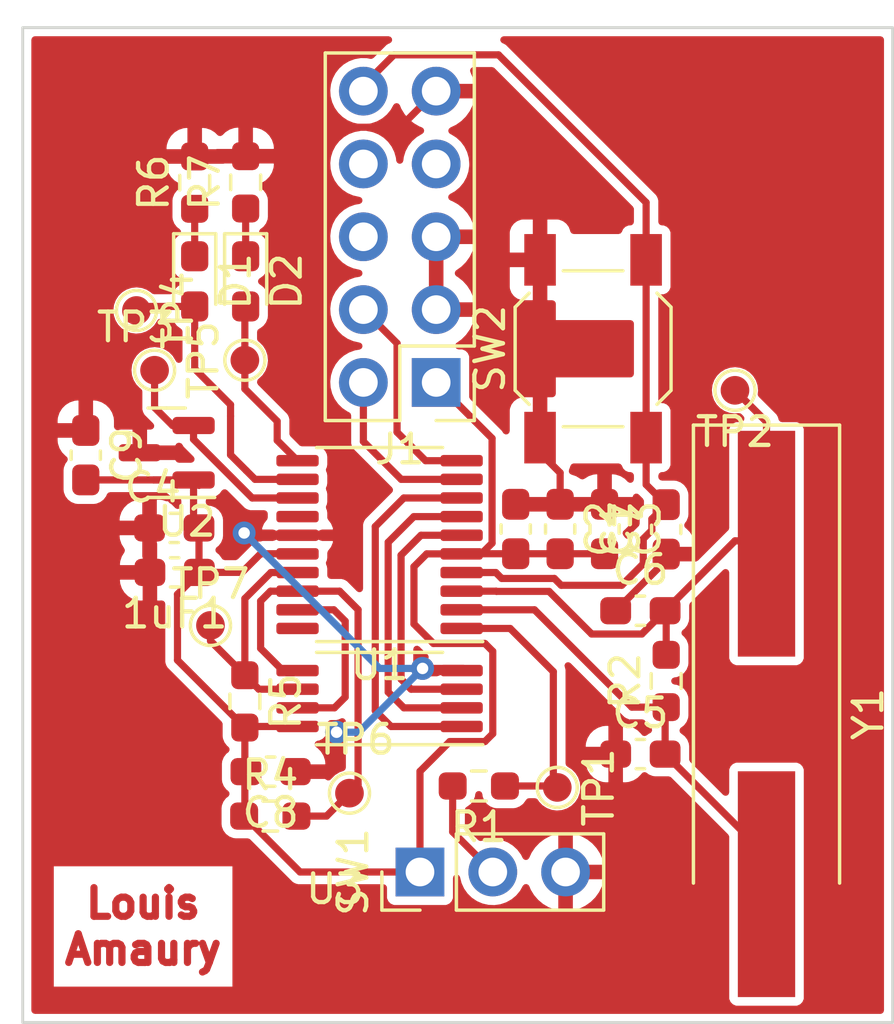
<source format=kicad_pcb>
(kicad_pcb (version 20211014) (generator pcbnew)
  (layers (0 "F.Cu" signal) (31 "B.Cu" signal) (34 "B.Paste" user) (35 "F.Paste" user) (36 "B.SilkS" user "B.Silkscreen") (37 "F.SilkS" user "F.Silkscreen") (38 "B.Mask" user) (39 "F.Mask" user) (44 "Edge.Cuts" user))
  (net 0 "")
  (net 1 "+3.3V")
  (net 2 "GND")
  (net 3 "Net-(C5-Pad2)")
  (net 4 "Net-(C6-Pad2)")
  (net 5 "Net-(D1-Pad1)")
  (net 6 "LED1")
  (net 7 "Net-(D2-Pad1)")
  (net 8 "LED0")
  (net 9 "SWDIO{slash}TMS")
  (net 10 "SWCLM{slash}TCK")
  (net 11 "SW0{slash}TD0")
  (net 13 "NC{slash}TDI")
  (net 14 "RST")
  (net 15 "BOOT")
  (net 16 "Net-(R1-Pad2)")
  (net 17 "SDA")
  (net 18 "SCL")
  (net 19 "TEMP")
  (net 20 "E0")
  (net 21 "E1")
  (net 22 "E2")
  (net 23 "WC")
  (footprint "TestPoint:TestPoint_Pad_D1.0mm" (layer "F.Cu") (at 133.8 96.8)
    (fp_text reference "TP7" (at 0 -1.448) (layer "F.SilkS"))
    (fp_text value "TestPoint")
    (fp_circle (center 0 0) (end 0 0.7) (layer "F.SilkS") (width 0.12) (fill none))
    (pad "1" smd circle (at 0 0) (size 1 1) (layers "F.Cu" "F.Mask") (net 18 "SCL"))
  )
  (footprint "TestPoint:TestPoint_Pad_D1.0mm" (layer "F.Cu") (at 131.218 85.816 -90)
    (fp_text reference "TP4" (at 0 -1.448 90) (layer "F.SilkS"))
    (fp_text value "TestPoint")
    (fp_circle (center 0 0) (end 0 0.7) (layer "F.SilkS") (width 0.12) (fill none))
    (pad "1" smd circle (at 0 0 270) (size 1 1) (layers "F.Cu" "F.Mask") (net 6 "LED1"))
  )
  (footprint "TestPoint:TestPoint_Pad_D1.0mm" (layer "F.Cu") (at 152.1 88.6 180)
    (fp_text reference "TP2" (at 0 -1.448) (layer "F.SilkS"))
    (fp_text value "TestPoint")
    (fp_circle (center 0 0) (end 0 0.7) (layer "F.SilkS") (width 0.12) (fill none))
    (pad "1" smd circle (at 0 0 180) (size 1 1) (layers "F.Cu" "F.Mask") (net 4 "Net-(C6-Pad2)"))
  )
  (footprint "Capacitor_SMD:C_0603_1608Metric_Pad1.08x0.95mm_HandSolder" (layer "F.Cu") (at 148.8 101.2875)
    (fp_text reference "C5" (at 0 -1.43) (layer "F.SilkS"))
    (fp_text value "22pF")
    (fp_line (start -0.146267 0.51) (end 0.146267 0.51) (layer "F.SilkS") (width 0.12))
    (fp_line (start -0.146267 -0.51) (end 0.146267 -0.51) (layer "F.SilkS") (width 0.12))
    (pad "1" smd roundrect (at -0.8625 0) (size 1.075 0.95) (layers "F.Cu" "F.Paste" "F.Mask") (net 2 "GND"))
    (pad "2" smd roundrect (at 0.8625 0) (size 1.075 0.95) (layers "F.Cu" "F.Paste" "F.Mask") (net 3 "Net-(C5-Pad2)"))
  )
  (footprint "Capacitor_SMD:C_0603_1608Metric_Pad1.08x0.95mm_HandSolder" (layer "F.Cu") (at 149.7 93.45 90)
    (fp_text reference "C7" (at 0 -1.43 90) (layer "F.SilkS"))
    (fp_text value "0.1µF")
    (fp_line (start -0.146267 -0.51) (end 0.146267 -0.51) (layer "F.SilkS") (width 0.12))
    (fp_line (start -0.146267 0.51) (end 0.146267 0.51) (layer "F.SilkS") (width 0.12))
    (pad "1" smd roundrect (at -0.8625 0 90) (size 1.075 0.95) (layers "F.Cu" "F.Paste" "F.Mask") (net 2 "GND"))
    (pad "2" smd roundrect (at 0.8625 0 90) (size 1.075 0.95) (layers "F.Cu" "F.Paste" "F.Mask") (net 14 "RST"))
  )
  (footprint "Crystal:Crystal_SMD_HC49-SD_HandSoldering" (layer "F.Cu") (at 153.2 99.8875 -90)
    (fp_text reference "Y1" (at 0 -3.55 90) (layer "F.SilkS"))
    (fp_text value "20MHz")
    (fp_line (start 5.9 -2.55) (end -10.075 -2.55) (layer "F.SilkS") (width 0.12))
    (fp_line (start -10.075 -2.55) (end -10.075 2.55) (layer "F.SilkS") (width 0.12))
    (fp_line (start -10.075 2.55) (end 5.9 2.55) (layer "F.SilkS") (width 0.12))
    (pad "1" smd rect (at -5.9375 0 270) (size 7.875 2) (layers "F.Cu" "F.Paste" "F.Mask") (net 4 "Net-(C6-Pad2)"))
    (pad "2" smd rect (at 5.9375 0 270) (size 7.875 2) (layers "F.Cu" "F.Paste" "F.Mask") (net 3 "Net-(C5-Pad2)"))
  )
  (footprint "Capacitor_SMD:C_0603_1608Metric_Pad1.08x0.95mm_HandSolder" (layer "F.Cu") (at 144.45 93.4375 -90)
    (fp_text reference "C1" (at 0 -3.53 90) (layer "F.SilkS"))
    (fp_text value "100nF")
    (fp_line (start -0.146267 -0.51) (end 0.146267 -0.51) (layer "F.SilkS") (width 0.12))
    (fp_line (start -0.146267 0.51) (end 0.146267 0.51) (layer "F.SilkS") (width 0.12))
    (pad "1" smd roundrect (at -0.8625 0 270) (size 1.075 0.95) (layers "F.Cu" "F.Paste" "F.Mask") (net 2 "GND"))
    (pad "2" smd roundrect (at 0.8625 0 270) (size 1.075 0.95) (layers "F.Cu" "F.Paste" "F.Mask") (net 1 "+3.3V"))
  )
  (footprint "Capacitor_SMD:C_0603_1608Metric_Pad1.08x0.95mm_HandSolder" (layer "F.Cu") (at 148.8 96.2875)
    (fp_text reference "C6" (at 0 -1.43) (layer "F.SilkS"))
    (fp_text value "22pF")
    (fp_line (start -0.146267 0.51) (end 0.146267 0.51) (layer "F.SilkS") (width 0.12))
    (fp_line (start -0.146267 -0.51) (end 0.146267 -0.51) (layer "F.SilkS") (width 0.12))
    (pad "1" smd roundrect (at -0.8625 0) (size 1.075 0.95) (layers "F.Cu" "F.Paste" "F.Mask") (net 2 "GND"))
    (pad "2" smd roundrect (at 0.8625 0) (size 1.075 0.95) (layers "F.Cu" "F.Paste" "F.Mask") (net 4 "Net-(C6-Pad2)"))
  )
  (footprint "Capacitor_SMD:C_0603_1608Metric_Pad1.08x0.95mm_HandSolder" (layer "F.Cu") (at 129.45 90.8625 -90)
    (fp_text reference "C9" (at 0 -1.43 90) (layer "F.SilkS"))
    (fp_text value "100nF")
    (fp_line (start -0.146267 0.51) (end 0.146267 0.51) (layer "F.SilkS") (width 0.12))
    (fp_line (start -0.146267 -0.51) (end 0.146267 -0.51) (layer "F.SilkS") (width 0.12))
    (pad "1" smd roundrect (at -0.8625 0 270) (size 1.075 0.95) (layers "F.Cu" "F.Paste" "F.Mask") (net 2 "GND"))
    (pad "2" smd roundrect (at 0.8625 0 270) (size 1.075 0.95) (layers "F.Cu" "F.Paste" "F.Mask") (net 1 "+3.3V"))
  )
  (footprint "TestPoint:TestPoint_Pad_D1.0mm" (layer "F.Cu") (at 131.85 87.9)
    (fp_text reference "TP3" (at -0.65 -1.5025) (layer "F.SilkS"))
    (fp_text value "TestPoint")
    (fp_circle (center 0 0) (end 0 0.7) (layer "F.SilkS") (width 0.12) (fill none))
    (pad "1" smd circle (at 0 0) (size 1 1) (layers "F.Cu" "F.Mask") (net 19 "TEMP"))
  )
  (footprint "Resistor_SMD:R_0603_1608Metric_Pad0.98x0.95mm_HandSolder" (layer "F.Cu") (at 143.1625 102.4 180)
    (fp_text reference "R1" (at 0 -1.43) (layer "F.SilkS"))
    (fp_text value "10k")
    (fp_line (start -0.254724 0.5225) (end 0.254724 0.5225) (layer "F.SilkS") (width 0.12))
    (fp_line (start -0.254724 -0.5225) (end 0.254724 -0.5225) (layer "F.SilkS") (width 0.12))
    (pad "1" smd roundrect (at -0.9125 0 180) (size 0.975 0.95) (layers "F.Cu" "F.Paste" "F.Mask") (net 15 "BOOT"))
    (pad "2" smd roundrect (at 0.9125 0 180) (size 0.975 0.95) (layers "F.Cu" "F.Paste" "F.Mask") (net 16 "Net-(R1-Pad2)"))
  )
  (footprint "Package_SO:TSSOP-8_4.4x3mm_P0.65mm" (layer "F.Cu") (at 139.7 99.35 180)
    (fp_text reference "U3" (at 1.55625 -6.64375) (layer "F.SilkS"))
    (fp_text value "M24C01-FDW")
    (fp_line (start 0 1.61) (end 2.2 1.61) (layer "F.SilkS") (width 0.12))
    (fp_line (start 0 1.61) (end -2.2 1.61) (layer "F.SilkS") (width 0.12))
    (fp_line (start 0 -1.61) (end -3.6 -1.61) (layer "F.SilkS") (width 0.12))
    (fp_line (start 0 -1.61) (end 2.2 -1.61) (layer "F.SilkS") (width 0.12))
    (pad "1" smd roundrect (at -2.8625 -0.975 180) (size 1.475 0.4) (layers "F.Cu" "F.Paste" "F.Mask") (net 20 "E0"))
    (pad "2" smd roundrect (at -2.8625 -0.325 180) (size 1.475 0.4) (layers "F.Cu" "F.Paste" "F.Mask") (net 21 "E1"))
    (pad "3" smd roundrect (at -2.8625 0.325 180) (size 1.475 0.4) (layers "F.Cu" "F.Paste" "F.Mask") (net 22 "E2"))
    (pad "4" smd roundrect (at -2.8625 0.975 180) (size 1.475 0.4) (layers "F.Cu" "F.Paste" "F.Mask") (net 2 "GND"))
    (pad "5" smd roundrect (at 2.8625 0.975 180) (size 1.475 0.4) (layers "F.Cu" "F.Paste" "F.Mask") (net 17 "SDA"))
    (pad "6" smd roundrect (at 2.8625 0.325 180) (size 1.475 0.4) (layers "F.Cu" "F.Paste" "F.Mask") (net 18 "SCL"))
    (pad "7" smd roundrect (at 2.8625 -0.325 180) (size 1.475 0.4) (layers "F.Cu" "F.Paste" "F.Mask") (net 23 "WC"))
    (pad "8" smd roundrect (at 2.8625 -0.975 180) (size 1.475 0.4) (layers "F.Cu" "F.Paste" "F.Mask") (net 1 "+3.3V"))
  )
  (footprint "Package_SO:TSSOP-20_4.4x6.5mm_P0.65mm" (layer "F.Cu") (at 139.7 93.98 180)
    (fp_text reference "U1" (at 0 -4.2) (layer "F.SilkS"))
    (fp_text value "STM32F030F4Px")
    (fp_line (start 0 -3.385) (end 2.2 -3.385) (layer "F.SilkS") (width 0.12))
    (fp_line (start 0 3.385) (end 2.2 3.385) (layer "F.SilkS") (width 0.12))
    (fp_line (start 0 3.385) (end -2.2 3.385) (layer "F.SilkS") (width 0.12))
    (fp_line (start 0 -3.385) (end -3.6 -3.385) (layer "F.SilkS") (width 0.12))
    (pad "1" smd roundrect (at -2.8625 -2.925 180) (size 1.475 0.4) (layers "F.Cu" "F.Paste" "F.Mask") (net 15 "BOOT"))
    (pad "2" smd roundrect (at -2.8625 -2.275 180) (size 1.475 0.4) (layers "F.Cu" "F.Paste" "F.Mask") (net 3 "Net-(C5-Pad2)"))
    (pad "3" smd roundrect (at -2.8625 -1.625 180) (size 1.475 0.4) (layers "F.Cu" "F.Paste" "F.Mask") (net 4 "Net-(C6-Pad2)"))
    (pad "4" smd roundrect (at -2.8625 -0.975 180) (size 1.475 0.4) (layers "F.Cu" "F.Paste" "F.Mask") (net 14 "RST"))
    (pad "5" smd roundrect (at -2.8625 -0.325 180) (size 1.475 0.4) (layers "F.Cu" "F.Paste" "F.Mask") (net 1 "+3.3V"))
    (pad "6" smd roundrect (at -2.8625 0.325 180) (size 1.475 0.4) (layers "F.Cu" "F.Paste" "F.Mask") (net 22 "E2"))
    (pad "7" smd roundrect (at -2.8625 0.975 180) (size 1.475 0.4) (layers "F.Cu" "F.Paste" "F.Mask") (net 21 "E1"))
    (pad "8" smd roundrect (at -2.8625 1.625 180) (size 1.475 0.4) (layers "F.Cu" "F.Paste" "F.Mask") (net 20 "E0"))
    (pad "9" smd roundrect (at -2.8625 2.275 180) (size 1.475 0.4) (layers "F.Cu" "F.Paste" "F.Mask") (net 9 "SWDIO{slash}TMS"))
    (pad "10" smd roundrect (at -2.8625 2.925 180) (size 1.475 0.4) (layers "F.Cu" "F.Paste" "F.Mask") (net 10 "SWCLM{slash}TCK"))
    (pad "11" smd roundrect (at 2.8625 2.925 180) (size 1.475 0.4) (layers "F.Cu" "F.Paste" "F.Mask") (net 8 "LED0"))
    (pad "12" smd roundrect (at 2.8625 2.275 180) (size 1.475 0.4) (layers "F.Cu" "F.Paste" "F.Mask") (net 6 "LED1"))
    (pad "13" smd roundrect (at 2.8625 1.625 180) (size 1.475 0.4) (layers "F.Cu" "F.Paste" "F.Mask") (net 19 "TEMP"))
    (pad "14" smd roundrect (at 2.8625 0.975 180) (size 1.475 0.4) (layers "F.Cu" "F.Paste" "F.Mask"))
    (pad "15" smd roundrect (at 2.8625 0.325 180) (size 1.475 0.4) (layers "F.Cu" "F.Paste" "F.Mask") (net 2 "GND"))
    (pad "16" smd roundrect (at 2.8625 -0.325 180) (size 1.475 0.4) (layers "F.Cu" "F.Paste" "F.Mask") (net 1 "+3.3V"))
    (pad "17" smd roundrect (at 2.8625 -0.975 180) (size 1.475 0.4) (layers "F.Cu" "F.Paste" "F.Mask") (net 18 "SCL"))
    (pad "18" smd roundrect (at 2.8625 -1.625 180) (size 1.475 0.4) (layers "F.Cu" "F.Paste" "F.Mask") (net 17 "SDA"))
    (pad "19" smd roundrect (at 2.8625 -2.275 180) (size 1.475 0.4) (layers "F.Cu" "F.Paste" "F.Mask") (net 23 "WC"))
    (pad "20" smd roundrect (at 2.8625 -2.925 180) (size 1.475 0.4) (layers "F.Cu" "F.Paste" "F.Mask"))
  )
  (footprint "Diode_SMD:D_0603_1608Metric_Pad1.05x0.95mm_HandSolder" (layer "F.Cu") (at 133.25 84.8 -90)
    (fp_text reference "D1" (at 0 -1.43 90) (layer "F.SilkS"))
    (fp_text value "LED")
    (fp_line (start 0.8 -0.735) (end -1.66 -0.735) (layer "F.SilkS") (width 0.12))
    (fp_line (start -1.66 -0.735) (end -1.66 0.735) (layer "F.SilkS") (width 0.12))
    (fp_line (start -1.66 0.735) (end 0.8 0.735) (layer "F.SilkS") (width 0.12))
    (pad "1" smd roundrect (at -0.875 0 270) (size 1.05 0.95) (layers "F.Cu" "F.Paste" "F.Mask") (net 5 "Net-(D1-Pad1)"))
    (pad "2" smd roundrect (at 0.875 0 270) (size 1.05 0.95) (layers "F.Cu" "F.Paste" "F.Mask") (net 6 "LED1"))
  )
  (footprint "Connector_PinHeader_2.54mm:PinHeader_1x03_P2.54mm_Vertical" (layer "F.Cu") (at 141.11 105.4 90)
    (fp_text reference "SW1" (at 0 -2.33 90) (layer "F.SilkS"))
    (fp_text value "SW_DPDT_x2")
    (fp_line (start -1.33 -1.33) (end 0 -1.33) (layer "F.SilkS") (width 0.12))
    (fp_line (start -1.33 0) (end -1.33 -1.33) (layer "F.SilkS") (width 0.12))
    (fp_line (start 1.33 1.27) (end 1.33 6.41) (layer "F.SilkS") (width 0.12))
    (fp_line (start -1.33 6.41) (end 1.33 6.41) (layer "F.SilkS") (width 0.12))
    (fp_line (start -1.33 1.27) (end 1.33 1.27) (layer "F.SilkS") (width 0.12))
    (fp_line (start -1.33 1.27) (end -1.33 6.41) (layer "F.SilkS") (width 0.12))
    (pad "1" thru_hole rect (at 0 0 90) (size 1.7 1.7) (drill 1) (layers *.Cu *.Mask) (net 1 "+3.3V"))
    (pad "2" thru_hole oval (at 0 2.54 90) (size 1.7 1.7) (drill 1) (layers *.Cu *.Mask) (net 16 "Net-(R1-Pad2)"))
    (pad "3" thru_hole oval (at 0 5.08 90) (size 1.7 1.7) (drill 1) (layers *.Cu *.Mask) (net 2 "GND"))
  )
  (footprint "Button_Switch_SMD:SW_SPST_SKQG_WithStem" (layer "F.Cu") (at 147.15 87.15 90)
    (fp_text reference "SW2" (at 0 -3.6 90) (layer "F.SilkS"))
    (fp_text value "SW_Push")
    (fp_line (start -1.45 -2.72) (end -1.94 -2.23) (layer "F.SilkS") (width 0.12))
    (fp_line (start -1.45 2.72) (end 1.45 2.72) (layer "F.SilkS") (width 0.12))
    (fp_line (start 2.72 1.04) (end 2.72 -1.04) (layer "F.SilkS") (width 0.12))
    (fp_line (start 1.45 -2.72) (end 1.94 -2.23) (layer "F.SilkS") (width 0.12))
    (fp_line (start 1.45 2.72) (end 1.94 2.23) (layer "F.SilkS") (width 0.12))
    (fp_line (start -2.72 1.04) (end -2.72 -1.04) (layer "F.SilkS") (width 0.12))
    (fp_line (start -1.45 -2.72) (end 1.45 -2.72) (layer "F.SilkS") (width 0.12))
    (fp_line (start -1.45 2.72) (end -1.94 2.23) (layer "F.SilkS") (width 0.12))
    (pad "1" smd rect (at 3.1 -1.85 90) (size 1.8 1.1) (layers "F.Cu" "F.Paste" "F.Mask") (net 2 "GND"))
    (pad "1" smd rect (at -3.1 -1.85 90) (size 1.8 1.1) (layers "F.Cu" "F.Paste" "F.Mask") (net 2 "GND"))
    (pad "2" smd rect (at -3.1 1.85 90) (size 1.8 1.1) (layers "F.Cu" "F.Paste" "F.Mask") (net 14 "RST"))
    (pad "2" smd rect (at 3.1 1.85 90) (size 1.8 1.1) (layers "F.Cu" "F.Paste" "F.Mask") (net 14 "RST"))
    (zone (net 0) (net_name "") (layer "F.Cu") (connect_pads (clearance 0)) (min_thickness 0.254)
      (keepout (tracks not_allowed) (vias not_allowed) (pads not_allowed) (copperpour not_allowed) (footprints not_allowed))
      (fill (thermal_gap 0.508) (thermal_bridge_width 0.508))
      (polygon (pts (xy 145.85 91.15) (xy 145.85 88.15) (xy 148.45 88.15) (xy 148.45 91.15)))
    )
    (zone (net 0) (net_name "") (layer "F.Cu") (connect_pads (clearance 0)) (min_thickness 0.254)
      (keepout (tracks not_allowed) (vias not_allowed) (pads not_allowed) (copperpour not_allowed) (footprints not_allowed))
      (fill (thermal_gap 0.508) (thermal_bridge_width 0.508))
      (polygon (pts (xy 145.85 86.15) (xy 145.85 83.15) (xy 148.45 83.15) (xy 148.45 86.15)))
    )
  )
  (footprint "Resistor_SMD:R_0603_1608Metric_Pad0.98x0.95mm_HandSolder" (layer "F.Cu") (at 135.028 81.3475 90)
    (fp_text reference "R7" (at 0 -1.43 90) (layer "F.SilkS"))
    (fp_text value "R")
    (fp_line (start -0.254724 -0.5225) (end 0.254724 -0.5225) (layer "F.SilkS") (width 0.12))
    (fp_line (start -0.254724 0.5225) (end 0.254724 0.5225) (layer "F.SilkS") (width 0.12))
    (pad "1" smd roundrect (at -0.9125 0 90) (size 0.975 0.95) (layers "F.Cu" "F.Paste" "F.Mask") (net 7 "Net-(D2-Pad1)"))
    (pad "2" smd roundrect (at 0.9125 0 90) (size 0.975 0.95) (layers "F.Cu" "F.Paste" "F.Mask") (net 2 "GND"))
  )
  (footprint "TestPoint:TestPoint_Pad_D1.0mm" (layer "F.Cu") (at 138.65 102.65)
    (fp_text reference "TP6" (at 0.2125 -1.87) (layer "F.SilkS"))
    (fp_text value "TestPoint")
    (fp_circle (center 0 0) (end 0 0.7) (layer "F.SilkS") (width 0.12) (fill none))
    (pad "1" smd circle (at 0 0) (size 1 1) (layers "F.Cu" "F.Mask") (net 17 "SDA"))
  )
  (footprint "Resistor_SMD:R_0603_1608Metric_Pad0.98x0.95mm_HandSolder" (layer "F.Cu") (at 135.8875 103.45)
    (fp_text reference "R4" (at 0 -1.43) (layer "F.SilkS"))
    (fp_text value "1k")
    (fp_line (start -0.254724 0.5225) (end 0.254724 0.5225) (layer "F.SilkS") (width 0.12))
    (fp_line (start -0.254724 -0.5225) (end 0.254724 -0.5225) (layer "F.SilkS") (width 0.12))
    (pad "1" smd roundrect (at -0.9125 0) (size 0.975 0.95) (layers "F.Cu" "F.Paste" "F.Mask") (net 1 "+3.3V"))
    (pad "2" smd roundrect (at 0.9125 0) (size 0.975 0.95) (layers "F.Cu" "F.Paste" "F.Mask") (net 17 "SDA"))
  )
  (footprint "Capacitor_SMD:C_0603_1608Metric_Pad1.08x0.95mm_HandSolder" (layer "F.Cu") (at 132.55 94.95 180)
    (fp_text reference "1uF1" (at 0 -1.43) (layer "F.SilkS"))
    (fp_text value "C_Polarized")
    (fp_line (start -0.146267 -0.51) (end 0.146267 -0.51) (layer "F.SilkS") (width 0.12))
    (fp_line (start -0.146267 0.51) (end 0.146267 0.51) (layer "F.SilkS") (width 0.12))
    (pad "1" smd roundrect (at -0.8625 0 180) (size 1.075 0.95) (layers "F.Cu" "F.Paste" "F.Mask") (net 1 "+3.3V"))
    (pad "2" smd roundrect (at 0.8625 0 180) (size 1.075 0.95) (layers "F.Cu" "F.Paste" "F.Mask") (net 2 "GND"))
  )
  (footprint "Capacitor_SMD:C_0603_1608Metric_Pad1.08x0.95mm_HandSolder" (layer "F.Cu") (at 146 93.4375 -90)
    (fp_text reference "C2" (at 0 -1.43 90) (layer "F.SilkS"))
    (fp_text value "100nF")
    (fp_line (start -0.146267 -0.51) (end 0.146267 -0.51) (layer "F.SilkS") (width 0.12))
    (fp_line (start -0.146267 0.51) (end 0.146267 0.51) (layer "F.SilkS") (width 0.12))
    (pad "1" smd roundrect (at -0.8625 0 270) (size 1.075 0.95) (layers "F.Cu" "F.Paste" "F.Mask") (net 2 "GND"))
    (pad "2" smd roundrect (at 0.8625 0 270) (size 1.075 0.95) (layers "F.Cu" "F.Paste" "F.Mask") (net 1 "+3.3V"))
  )
  (footprint "Capacitor_SMD:C_0603_1608Metric_Pad1.08x0.95mm_HandSolder" (layer "F.Cu") (at 135.9 101.9 180)
    (fp_text reference "C8" (at 0 -1.43) (layer "F.SilkS"))
    (fp_text value "100nF")
    (fp_line (start -0.146267 0.51) (end 0.146267 0.51) (layer "F.SilkS") (width 0.12))
    (fp_line (start -0.146267 -0.51) (end 0.146267 -0.51) (layer "F.SilkS") (width 0.12))
    (pad "1" smd roundrect (at -0.8625 0 180) (size 1.075 0.95) (layers "F.Cu" "F.Paste" "F.Mask") (net 2 "GND"))
    (pad "2" smd roundrect (at 0.8625 0 180) (size 1.075 0.95) (layers "F.Cu" "F.Paste" "F.Mask") (net 1 "+3.3V"))
  )
  (footprint "Resistor_SMD:R_0603_1608Metric_Pad0.98x0.95mm_HandSolder" (layer "F.Cu") (at 133.25 81.357 90)
    (fp_text reference "R6" (at 0 -1.43 90) (layer "F.SilkS"))
    (fp_text value "R")
    (fp_line (start -0.254724 0.5225) (end 0.254724 0.5225) (layer "F.SilkS") (width 0.12))
    (fp_line (start -0.254724 -0.5225) (end 0.254724 -0.5225) (layer "F.SilkS") (width 0.12))
    (pad "1" smd roundrect (at -0.9125 0 90) (size 0.975 0.95) (layers "F.Cu" "F.Paste" "F.Mask") (net 5 "Net-(D1-Pad1)"))
    (pad "2" smd roundrect (at 0.9125 0 90) (size 0.975 0.95) (layers "F.Cu" "F.Paste" "F.Mask") (net 2 "GND"))
  )
  (footprint "Resistor_SMD:R_0603_1608Metric_Pad0.98x0.95mm_HandSolder" (layer "F.Cu") (at 135 99.45 -90)
    (fp_text reference "R5" (at 0 -1.43 90) (layer "F.SilkS"))
    (fp_text value "1k")
    (fp_line (start -0.254724 0.5225) (end 0.254724 0.5225) (layer "F.SilkS") (width 0.12))
    (fp_line (start -0.254724 -0.5225) (end 0.254724 -0.5225) (layer "F.SilkS") (width 0.12))
    (pad "1" smd roundrect (at -0.9125 0 270) (size 0.975 0.95) (layers "F.Cu" "F.Paste" "F.Mask") (net 18 "SCL"))
    (pad "2" smd roundrect (at 0.9125 0 270) (size 0.975 0.95) (layers "F.Cu" "F.Paste" "F.Mask") (net 1 "+3.3V"))
  )
  (footprint "Resistor_SMD:R_0603_1608Metric_Pad0.98x0.95mm_HandSolder" (layer "F.Cu") (at 149.7 98.7375 90)
    (fp_text reference "R2" (at 0 -1.43 90) (layer "F.SilkS"))
    (fp_text value "1M")
    (fp_line (start -0.254724 -0.5225) (end 0.254724 -0.5225) (layer "F.SilkS") (width 0.12))
    (fp_line (start -0.254724 0.5225) (end 0.254724 0.5225) (layer "F.SilkS") (width 0.12))
    (pad "1" smd roundrect (at -0.9125 0 90) (size 0.975 0.95) (layers "F.Cu" "F.Paste" "F.Mask") (net 3 "Net-(C5-Pad2)"))
    (pad "2" smd roundrect (at 0.9125 0 90) (size 0.975 0.95) (layers "F.Cu" "F.Paste" "F.Mask") (net 4 "Net-(C6-Pad2)"))
  )
  (footprint "Package_TO_SOT_SMD:SOT-23" (layer "F.Cu") (at 132.2725 90.7775 180)
    (fp_text reference "U2" (at -0.7 -2.4) (layer "F.SilkS"))
    (fp_text value "MCP9700T-ETT")
    (fp_line (start 0 -1.56) (end -1.675 -1.56) (layer "F.SilkS") (width 0.12))
    (fp_line (start 0 -1.56) (end 0.65 -1.56) (layer "F.SilkS") (width 0.12))
    (fp_line (start 0 1.56) (end 0.65 1.56) (layer "F.SilkS") (width 0.12))
    (fp_line (start 0 1.56) (end -0.65 1.56) (layer "F.SilkS") (width 0.12))
    (pad "1" smd roundrect (at -0.9375 -0.95 180) (size 1.475 0.6) (layers "F.Cu" "F.Paste" "F.Mask") (net 1 "+3.3V"))
    (pad "2" smd roundrect (at -0.9375 0.95 180) (size 1.475 0.6) (layers "F.Cu" "F.Paste" "F.Mask") (net 19 "TEMP"))
    (pad "3" smd roundrect (at 0.9375 0 180) (size 1.475 0.6) (layers "F.Cu" "F.Paste" "F.Mask") (net 2 "GND"))
  )
  (footprint "Diode_SMD:D_0603_1608Metric_Pad1.05x0.95mm_HandSolder" (layer "F.Cu") (at 135.028 84.8 -90)
    (fp_text reference "D2" (at 0 -1.43 90) (layer "F.SilkS"))
    (fp_text value "LED")
    (fp_line (start 0.8 -0.735) (end -1.66 -0.735) (layer "F.SilkS") (width 0.12))
    (fp_line (start -1.66 -0.735) (end -1.66 0.735) (layer "F.SilkS") (width 0.12))
    (fp_line (start -1.66 0.735) (end 0.8 0.735) (layer "F.SilkS") (width 0.12))
    (pad "1" smd roundrect (at -0.875 0 270) (size 1.05 0.95) (layers "F.Cu" "F.Paste" "F.Mask") (net 7 "Net-(D2-Pad1)"))
    (pad "2" smd roundrect (at 0.875 0 270) (size 1.05 0.95) (layers "F.Cu" "F.Paste" "F.Mask") (net 8 "LED0"))
  )
  (footprint "TestPoint:TestPoint_Pad_D1.0mm" (layer "F.Cu") (at 135 87.55 90)
    (fp_text reference "TP5" (at 0 -1.448 90) (layer "F.SilkS"))
    (fp_text value "TestPoint")
    (fp_circle (center 0 0) (end 0 0.7) (layer "F.SilkS") (width 0.12) (fill none))
    (pad "1" smd circle (at 0 0 90) (size 1 1) (layers "F.Cu" "F.Mask") (net 8 "LED0"))
  )
  (footprint "TestPoint:TestPoint_Pad_D1.0mm" (layer "F.Cu") (at 145.9 102.45 -90)
    (fp_text reference "TP1" (at 0 -1.448 90) (layer "F.SilkS"))
    (fp_text value "TestPoint")
    (fp_circle (center 0 0) (end 0 0.7) (layer "F.SilkS") (width 0.12) (fill none))
    (pad "1" smd circle (at 0 0 270) (size 1 1) (layers "F.Cu" "F.Mask") (net 15 "BOOT"))
  )
  (footprint "Connector_PinHeader_2.54mm:PinHeader_2x05_P2.54mm_Vertical" (layer "F.Cu") (at 141.675 88.325 180)
    (fp_text reference "J1" (at 1.27 -2.33) (layer "F.SilkS"))
    (fp_text value "Conn_ARM_JTAG_SWD_10")
    (fp_line (start -1.33 -1.33) (end 0 -1.33) (layer "F.SilkS") (width 0.12))
    (fp_line (start -1.33 1.27) (end 1.27 1.27) (layer "F.SilkS") (width 0.12))
    (fp_line (start 1.27 -1.33) (end 3.87 -1.33) (layer "F.SilkS") (width 0.12))
    (fp_line (start 1.27 1.27) (end 1.27 -1.33) (layer "F.SilkS") (width 0.12))
    (fp_line (start 3.87 -1.33) (end 3.87 11.49) (layer "F.SilkS") (width 0.12))
    (fp_line (start -1.33 1.27) (end -1.33 11.49) (layer "F.SilkS") (width 0.12))
    (fp_line (start -1.33 11.49) (end 3.87 11.49) (layer "F.SilkS") (width 0.12))
    (fp_line (start -1.33 0) (end -1.33 -1.33) (layer "F.SilkS") (width 0.12))
    (pad "1" thru_hole rect (at 0 0 180) (size 1.7 1.7) (drill 1) (layers *.Cu *.Mask) (net 1 "+3.3V"))
    (pad "2" thru_hole oval (at 2.54 0 180) (size 1.7 1.7) (drill 1) (layers *.Cu *.Mask) (net 9 "SWDIO{slash}TMS"))
    (pad "3" thru_hole oval (at 0 2.54 180) (size 1.7 1.7) (drill 1) (layers *.Cu *.Mask) (net 2 "GND"))
    (pad "4" thru_hole oval (at 2.54 2.54 180) (size 1.7 1.7) (drill 1) (layers *.Cu *.Mask) (net 10 "SWCLM{slash}TCK"))
    (pad "5" thru_hole oval (at 0 5.08 180) (size 1.7 1.7) (drill 1) (layers *.Cu *.Mask) (net 2 "GND"))
    (pad "6" thru_hole oval (at 2.54 5.08 180) (size 1.7 1.7) (drill 1) (layers *.Cu *.Mask) (net 11 "SW0{slash}TD0"))
    (pad "7" thru_hole oval (at 0 7.62 180) (size 1.7 1.7) (drill 1) (layers *.Cu *.Mask))
    (pad "8" thru_hole oval (at 2.54 7.62 180) (size 1.7 1.7) (drill 1) (layers *.Cu *.Mask) (net 13 "NC{slash}TDI"))
    (pad "9" thru_hole oval (at 0 10.16 180) (size 1.7 1.7) (drill 1) (layers *.Cu *.Mask) (net 2 "GND"))
    (pad "10" thru_hole oval (at 2.54 10.16 180) (size 1.7 1.7) (drill 1) (layers *.Cu *.Mask) (net 14 "RST"))
  )
  (footprint "Capacitor_SMD:C_0603_1608Metric_Pad1.08x0.95mm_HandSolder" (layer "F.Cu") (at 147.55 93.4375 -90)
    (fp_text reference "C3" (at 0 -1.43 90) (layer "F.SilkS"))
    (fp_text value "0.1uF")
    (fp_line (start -0.146267 -0.51) (end 0.146267 -0.51) (layer "F.SilkS") (width 0.12))
    (fp_line (start -0.146267 0.51) (end 0.146267 0.51) (layer "F.SilkS") (width 0.12))
    (pad "1" smd roundrect (at -0.8625 0 270) (size 1.075 0.95) (layers "F.Cu" "F.Paste" "F.Mask") (net 2 "GND"))
    (pad "2" smd roundrect (at 0.8625 0 270) (size 1.075 0.95) (layers "F.Cu" "F.Paste" "F.Mask") (net 1 "+3.3V"))
  )
  (footprint "Capacitor_SMD:C_0603_1608Metric_Pad1.08x0.95mm_HandSolder" (layer "F.Cu") (at 132.5375 93.4)
    (fp_text reference "C4" (at -0.75 -1.4175) (layer "F.SilkS"))
    (fp_text value "10nF")
    (fp_line (start -0.146267 0.51) (end 0.146267 0.51) (layer "F.SilkS") (width 0.12))
    (fp_line (start -0.146267 -0.51) (end 0.146267 -0.51) (layer "F.SilkS") (width 0.12))
    (pad "1" smd roundrect (at -0.8625 0) (size 1.075 0.95) (layers "F.Cu" "F.Paste" "F.Mask") (net 2 "GND"))
    (pad "2" smd roundrect (at 0.8625 0) (size 1.075 0.95) (layers "F.Cu" "F.Paste" "F.Mask") (net 1 "+3.3V"))
  )
  (gr_rect (start 127.25 75.95) (end 157.6 110.65) (layer "Edge.Cuts") (width 0.1) (fill none))
  (gr_text "Louis\nAmaury" (at 131.45 107.3) (layer "F.Cu") (effects (font (size 1 1) (thickness 0.25))))
  (segment (start 142.5625 94.305) (end 142.5675 94.3) (width 0.25) (layer "F.Cu") (net 1))
  (segment (start 129.45 91.725) (end 131.8125 91.725) (width 0.25) (layer "F.Cu") (net 1))
  (segment (start 140.9 96.75) (end 140.9 94.75) (width 0.25) (layer "F.Cu") (net 1))
  (segment (start 142.15 100.85) (end 143.376041 100.85) (width 0.25) (layer "F.Cu") (net 1))
  (segment (start 144.445 94.305) (end 144.45 94.3) (width 0.25) (layer "F.Cu") (net 1))
  (segment (start 143.625 93.931041) (end 143.625 90.275) (width 0.25) (layer "F.Cu") (net 1))
  (segment (start 143.376041 97.43) (end 141.58 97.43) (width 0.25) (layer "F.Cu") (net 1))
  (segment (start 135.55 94.3) (end 136.8325 94.3) (width 0.25) (layer "F.Cu") (net 1))
  (segment (start 141.11 105.4) (end 141.11 101.89) (width 0.25) (layer "F.Cu") (net 1))
  (segment (start 142.5625 94.305) (end 143.251041 94.305) (width 0.25) (layer "F.Cu") (net 1))
  (segment (start 143.376041 100.85) (end 143.65 100.576041) (width 0.25) (layer "F.Cu") (net 1))
  (segment (start 133.4 94.9375) (end 133.4125 94.95) (width 0.25) (layer "F.Cu") (net 1))
  (segment (start 135 100.3625) (end 135 103.425) (width 0.25) (layer "F.Cu") (net 1))
  (segment (start 140.9 94.75) (end 141.345 94.305) (width 0.25) (layer "F.Cu") (net 1))
  (segment (start 131.8125 91.725) (end 133.2075 91.725) (width 0.25) (layer "F.Cu") (net 1))
  (segment (start 136.925 105.4) (end 141.11 105.4) (width 0.25) (layer "F.Cu") (net 1))
  (segment (start 132.65 98.0125) (end 132.65 95.7125) (width 0.25) (layer "F.Cu") (net 1))
  (segment (start 141.58 97.43) (end 140.9 96.75) (width 0.25) (layer "F.Cu") (net 1))
  (segment (start 142.5675 94.3) (end 147.55 94.3) (width 0.25) (layer "F.Cu") (net 1))
  (segment (start 133.21 93.21) (end 133.4 93.4) (width 0.25) (layer "F.Cu") (net 1))
  (segment (start 131.8125 91.725) (end 132.0875 91.725) (width 0.25) (layer "F.Cu") (net 1))
  (segment (start 132.65 95.7125) (end 133.4125 94.95) (width 0.25) (layer "F.Cu") (net 1))
  (segment (start 133.2075 91.725) (end 133.21 91.7275) (width 0.25) (layer "F.Cu") (net 1))
  (segment (start 133.4125 94.95) (end 134.9 94.95) (width 0.25) (layer "F.Cu") (net 1))
  (segment (start 134.9 94.95) (end 135.55 94.3) (width 0.25) (layer "F.Cu") (net 1))
  (segment (start 133.4 91.9175) (end 133.21 91.7275) (width 0.25) (layer "F.Cu") (net 1))
  (segment (start 134.975 103.45) (end 136.925 105.4) (width 0.25) (layer "F.Cu") (net 1))
  (segment (start 134.95 100.4125) (end 135 100.3625) (width 0.25) (layer "F.Cu") (net 1))
  (segment (start 141.11 101.89) (end 142.15 100.85) (width 0.25) (layer "F.Cu") (net 1))
  (segment (start 135 100.3625) (end 132.65 98.0125) (width 0.25) (layer "F.Cu") (net 1))
  (segment (start 143.65 100.576041) (end 143.65 97.703959) (width 0.25) (layer "F.Cu") (net 1))
  (segment (start 141.675 88.575) (end 141.675 88.325) (width 0.25) (layer "F.Cu") (net 1))
  (segment (start 133.4 93.4) (end 133.4 94.9375) (width 0.25) (layer "F.Cu") (net 1))
  (segment (start 135.0375 100.325) (end 135 100.3625) (width 0.25) (layer "F.Cu") (net 1))
  (segment (start 136.8375 100.325) (end 135.0375 100.325) (width 0.25) (layer "F.Cu") (net 1))
  (segment (start 133.21 91.7275) (end 133.21 93.21) (width 0.25) (layer "F.Cu") (net 1))
  (segment (start 143.625 90.275) (end 141.675 88.325) (width 0.25) (layer "F.Cu") (net 1))
  (segment (start 143.65 97.703959) (end 143.376041 97.43) (width 0.25) (layer "F.Cu") (net 1))
  (segment (start 133.2 91.7375) (end 133.21 91.7275) (width 0.25) (layer "F.Cu") (net 1))
  (segment (start 136.8325 94.3) (end 136.8375 94.305) (width 0.25) (layer "F.Cu") (net 1))
  (segment (start 141.345 94.305) (end 142.5625 94.305) (width 0.25) (layer "F.Cu") (net 1))
  (segment (start 135 103.425) (end 134.975 103.45) (width 0.25) (layer "F.Cu") (net 1))
  (segment (start 143.251041 94.305) (end 143.625 93.931041) (width 0.25) (layer "F.Cu") (net 1))
  (segment (start 136.54 80.435) (end 135.028 80.435) (width 0.25) (layer "F.Cu") (net 2))
  (segment (start 145.3 90.25) (end 145.3 90.776778) (width 0.25) (layer "F.Cu") (net 2))
  (segment (start 149.7 94.525) (end 149.7 94.3125) (width 0.25) (layer "F.Cu") (net 2))
  (segment (start 140.415 79.425) (end 137.55 79.425) (width 0.25) (layer "F.Cu") (net 2))
  (segment (start 145.3 84.05) (end 145.3 90.25) (width 0.25) (layer "F.Cu") (net 2))
  (segment (start 145.3 90.776778) (end 146 91.476778) (width 0.25) (layer "F.Cu") (net 2))
  (segment (start 146 91.476778) (end 146 92.575) (width 0.25) (layer "F.Cu") (net 2))
  (segment (start 147.9375 96.2875) (end 149.7 94.525) (width 0.25) (layer "F.Cu") (net 2))
  (segment (start 141.675 78.165) (end 140.415 79.425) (width 0.25) (layer "F.Cu") (net 2))
  (segment (start 137.55 79.425) (end 136.54 80.435) (width 0.25) (layer "F.Cu") (net 2))
  (via (at 138.2 100.525) (size 0.8) (drill 0.4) (layers "F.Cu" "B.Cu") (net 2))
  (via (at 134.975 93.575) (size 0.8) (drill 0.4) (layers "F.Cu" "B.Cu") (net 2))
  (via (at 141.2 98.3) (size 0.8) (drill 0.4) (layers "F.Cu" "B.Cu") (net 2))
  (segment (start 134.975 93.575) (end 139.7 98.3) (width 0.25) (layer "B.Cu") (net 2))
  (segment (start 138.975 100.525) (end 141.2 98.3) (width 0.25) (layer "B.Cu") (net 2))
  (segment (start 138.2 100.525) (end 138.975 100.525) (width 0.25) (layer "B.Cu") (net 2))
  (segment (start 139.7 98.3) (end 141.2 98.3) (width 0.25) (layer "B.Cu") (net 2))
  (segment (start 149.6625 99.6875) (end 149.7 99.65) (width 0.25) (layer "F.Cu") (net 3))
  (segment (start 148.5 99.65) (end 149.7 99.65) (width 0.25) (layer "F.Cu") (net 3))
  (segment (start 145.105 96.255) (end 148.5 99.65) (width 0.25) (layer "F.Cu") (net 3))
  (segment (start 153.2 104.825) (end 153.2 105.825) (width 0.25) (layer "F.Cu") (net 3))
  (segment (start 142.5625 96.255) (end 145.105 96.255) (width 0.25) (layer "F.Cu") (net 3))
  (segment (start 149.6625 101.2875) (end 149.6625 99.6875) (width 0.25) (layer "F.Cu") (net 3))
  (segment (start 149.6625 101.2875) (end 153.2 104.825) (width 0.25) (layer "F.Cu") (net 3))
  (segment (start 143.776104 95.6125) (end 143.768604 95.605) (width 0.25) (layer "F.Cu") (net 4))
  (segment (start 149.6625 96.2875) (end 152.1 93.85) (width 0.25) (layer "F.Cu") (net 4))
  (segment (start 149.7 96.2) (end 149.7 97.825) (width 0.25) (layer "F.Cu") (net 4))
  (segment (start 149.7 96.2) (end 149.8 96.3) (width 0.25) (layer "F.Cu") (net 4))
  (segment (start 149.6625 96.2875) (end 148.85 97.1) (width 0.25) (layer "F.Cu") (net 4))
  (segment (start 148.85 97.1) (end 147.1 97.1) (width 0.25) (layer "F.Cu") (net 4))
  (segment (start 147.1 97.1) (end 145.6125 95.6125) (width 0.25) (layer "F.Cu") (net 4))
  (segment (start 149.5675 97.6925) (end 149.7 97.825) (width 0.25) (layer "F.Cu") (net 4))
  (segment (start 143.768604 95.605) (end 142.5625 95.605) (width 0.25) (layer "F.Cu") (net 4))
  (segment (start 152.1 88.6) (end 153.2 89.7) (width 0.25) (layer "F.Cu") (net 4))
  (segment (start 152.1 93.85) (end 153.1 93.85) (width 0.25) (layer "F.Cu") (net 4))
  (segment (start 153.1 93.85) (end 153.2 93.95) (width 0.25) (layer "F.Cu") (net 4))
  (segment (start 145.6125 95.6125) (end 143.776104 95.6125) (width 0.25) (layer "F.Cu") (net 4))
  (segment (start 153.2 89.7) (end 153.2 93.95) (width 0.25) (layer "F.Cu") (net 4))
  (segment (start 133.25 82.2695) (end 133.25 83.925) (width 0.25) (layer "F.Cu") (net 5))
  (segment (start 136.8375 91.705) (end 135.355 91.705) (width 0.25) (layer "F.Cu") (net 6))
  (segment (start 131.359 85.675) (end 131.218 85.816) (width 0.25) (layer "F.Cu") (net 6))
  (segment (start 133.25 85.675) (end 131.359 85.675) (width 0.25) (layer "F.Cu") (net 6))
  (segment (start 134.5 90.85) (end 134.5 89.5) (width 0.25) (layer "F.Cu") (net 6))
  (segment (start 134.5 89.1) (end 134.5 89.5) (width 0.25) (layer "F.Cu") (net 6))
  (segment (start 135.05 91.4) (end 134.5 90.85) (width 0.25) (layer "F.Cu") (net 6))
  (segment (start 133.25 87.85) (end 134.5 89.1) (width 0.25) (layer "F.Cu") (net 6))
  (segment (start 133.25 85.675) (end 133.25 87.85) (width 0.25) (layer "F.Cu") (net 6))
  (segment (start 135.355 91.705) (end 135.05 91.4) (width 0.25) (layer "F.Cu") (net 6))
  (segment (start 135.028 82.26) (end 135.028 83.925) (width 0.25) (layer "F.Cu") (net 7))
  (segment (start 136.128 90.3455) (end 136.128 89.678) (width 0.25) (layer "F.Cu") (net 8))
  (segment (start 136.128 90.3455) (end 136.8375 91.055) (width 0.25) (layer "F.Cu") (net 8))
  (segment (start 136.128 89.678) (end 135 88.55) (width 0.25) (layer "F.Cu") (net 8))
  (segment (start 135 87.55) (end 135 85.703) (width 0.25) (layer "F.Cu") (net 8))
  (segment (start 135 88.55) (end 135 87.55) (width 0.25) (layer "F.Cu") (net 8))
  (segment (start 135 85.703) (end 135.028 85.675) (width 0.25) (layer "F.Cu") (net 8))
  (segment (start 140.455 91.705) (end 139.135 90.385) (width 0.25) (layer "F.Cu") (net 9))
  (segment (start 142.5625 91.705) (end 140.455 91.705) (width 0.25) (layer "F.Cu") (net 9))
  (segment (start 139.135 90.385) (end 139.135 88.325) (width 0.25) (layer "F.Cu") (net 9))
  (segment (start 142.5625 91.055) (end 141.305 91.055) (width 0.25) (layer "F.Cu") (net 10))
  (segment (start 142.5625 91.055) (end 142.6175 91) (width 0.25) (layer "F.Cu") (net 10))
  (segment (start 140.31 90.06) (end 140.31 86.96) (width 0.25) (layer "F.Cu") (net 10))
  (segment (start 141.305 91.055) (end 140.31 90.06) (width 0.25) (layer "F.Cu") (net 10))
  (segment (start 140.31 86.96) (end 139.135 85.785) (width 0.25) (layer "F.Cu") (net 10))
  (segment (start 143.85 76.9) (end 149 82.05) (width 0.25) (layer "F.Cu") (net 14))
  (segment (start 142.5625 94.955) (end 143.755 94.955) (width 0.25) (layer "F.Cu") (net 14))
  (segment (start 143.9625 95.1625) (end 145.798896 95.1625) (width 0.25) (layer "F.Cu") (net 14))
  (segment (start 140.2 76.9) (end 143.85 76.9) (width 0.25) (layer "F.Cu") (net 14))
  (segment (start 146.036396 95.4) (end 148.15 95.4) (width 0.25) (layer "F.Cu") (net 14))
  (segment (start 149 82.05) (end 149 84.05) (width 0.25) (layer "F.Cu") (net 14))
  (segment (start 149.7 92.5875) (end 149 91.8875) (width 0.25) (layer "F.Cu") (net 14))
  (segment (start 149.2 93.0875) (end 149.7 92.5875) (width 0.25) (layer "F.Cu") (net 14))
  (segment (start 148.9 94.65) (end 148.9 93.779505) (width 0.25) (layer "F.Cu") (net 14))
  (segment (start 149 84.05) (end 149 90.25) (width 0.25) (layer "F.Cu") (net 14))
  (segment (start 145.798896 95.1625) (end 146.036396 95.4) (width 0.25) (layer "F.Cu") (net 14))
  (segment (start 139.135 77.965) (end 140.2 76.9) (width 0.25) (layer "F.Cu") (net 14))
  (segment (start 149 91.8875) (end 149 90.25) (width 0.25) (layer "F.Cu") (net 14))
  (segment (start 139.135 78.165) (end 139.135 77.965) (width 0.25) (layer "F.Cu") (net 14))
  (segment (start 148.15 95.4) (end 148.9 94.65) (width 0.25) (layer "F.Cu") (net 14))
  (segment (start 149.2 93.479505) (end 149.2 93.0875) (width 0.25) (layer "F.Cu") (net 14))
  (segment (start 143.755 94.955) (end 143.9625 95.1625) (width 0.25) (layer "F.Cu") (net 14))
  (segment (start 149 83.45) (end 149 84.05) (width 0.25) (layer "F.Cu") (net 14))
  (segment (start 148.9 93.779505) (end 149.2 93.479505) (width 0.25) (layer "F.Cu") (net 14))
  (segment (start 144.255 96.905) (end 145.7625 98.4125) (width 0.25) (layer "F.Cu") (net 15))
  (segment (start 145.7125 102.4) (end 145.7625 102.45) (width 0.25) (layer "F.Cu") (net 15))
  (segment (start 145.7625 98.4125) (end 145.7625 102.45) (width 0.25) (layer "F.Cu") (net 15))
  (segment (start 144.075 102.4) (end 145.7125 102.4) (width 0.25) (layer "F.Cu") (net 15))
  (segment (start 142.5625 96.905) (end 144.255 96.905) (width 0.25) (layer "F.Cu") (net 15))
  (segment (start 143.55 105.4) (end 143.65 105.4) (width 0.25) (layer "F.Cu") (net 16))
  (segment (start 142.25 104) (end 143.65 105.4) (width 0.25) (layer "F.Cu") (net 16))
  (segment (start 142.25 102.4) (end 142.25 104) (width 0.25) (layer "F.Cu") (net 16))
  (segment (start 136.8375 95.605) (end 138.305 95.605) (width 0.25) (layer "F.Cu") (net 17))
  (segment (start 136.8375 98.375) (end 136.325 98.375) (width 0.25) (layer "F.Cu") (net 17))
  (segment (start 135.55 97.6) (end 135.55 95.95) (width 0.25) (layer "F.Cu") (net 17))
  (segment (start 138.95 102.35) (end 138.65 102.65) (width 0.25) (layer "F.Cu") (net 17))
  (segment (start 135.55 95.95) (end 135.895 95.605) (width 0.25) (layer "F.Cu") (net 17))
  (segment (start 135.895 95.605) (end 136.8375 95.605) (width 0.25) (layer "F.Cu") (net 17))
  (segment (start 137.85 103.45) (end 138.65 102.65) (width 0.25) (layer "F.Cu") (net 17))
  (segment (start 136.325 98.375) (end 135.55 97.6) (width 0.25) (layer "F.Cu") (net 17))
  (segment (start 138.95 96.25) (end 138.95 102.35) (width 0.25) (layer "F.Cu") (net 17))
  (segment (start 138.305 95.605) (end 138.95 96.25) (width 0.25) (layer "F.Cu") (net 17))
  (segment (start 136.8 103.45) (end 137.85 103.45) (width 0.25) (layer "F.Cu") (net 17))
  (segment (start 135.4875 99.025) (end 135 98.5375) (width 0.25) (layer "F.Cu") (net 18))
  (segment (start 133.8 96.8) (end 133.8 97.3375) (width 0.25) (layer "F.Cu") (net 18))
  (segment (start 133.8 97.3375) (end 135 98.5375) (width 0.25) (layer "F.Cu") (net 18))
  (segment (start 135 98.5375) (end 135 95.863604) (width 0.25) (layer "F.Cu") (net 18))
  (segment (start 135 95.863604) (end 135.908604 94.955) (width 0.25) (layer "F.Cu") (net 18))
  (segment (start 136.8375 99.025) (end 135.4875 99.025) (width 0.25) (layer "F.Cu") (net 18))
  (segment (start 135.908604 94.955) (end 136.8375 94.955) (width 0.25) (layer "F.Cu") (net 18))
  (segment (start 133.21 89.8275) (end 133.21 90.31) (width 0.25) (layer "F.Cu") (net 19))
  (segment (start 132.4775 89.8275) (end 133.21 89.8275) (width 0.25) (layer "F.Cu") (net 19))
  (segment (start 133.21 90.31) (end 135.255 92.355) (width 0.25) (layer "F.Cu") (net 19))
  (segment (start 135.255 92.355) (end 136.8375 92.355) (width 0.25) (layer "F.Cu") (net 19))
  (segment (start 131.85 89.2) (end 132.4775 89.8275) (width 0.25) (layer "F.Cu") (net 19))
  (segment (start 131.85 87.9) (end 131.85 89.2) (width 0.25) (layer "F.Cu") (net 19))
  (segment (start 142.5625 100.325) (end 140.1 100.325) (width 0.25) (layer "F.Cu") (net 20))
  (segment (start 140.1 100.325) (end 139.55 99.775) (width 0.25) (layer "F.Cu") (net 20))
  (segment (start 139.55 99.775) (end 139.55 93.35) (width 0.25) (layer "F.Cu") (net 20))
  (segment (start 140.545 92.355) (end 142.5625 92.355) (width 0.25) (layer "F.Cu") (net 20))
  (segment (start 139.55 93.35) (end 140.545 92.355) (width 0.25) (layer "F.Cu") (net 20))
  (segment (start 140.55 99.675) (end 140 99.125) (width 0.25) (layer "F.Cu") (net 21))
  (segment (start 140 99.125) (end 140 93.9) (width 0.25) (layer "F.Cu") (net 21))
  (segment (start 142.5625 99.675) (end 140.55 99.675) (width 0.25) (layer "F.Cu") (net 21))
  (segment (start 140 93.9) (end 140.895 93.005) (width 0.25) (layer "F.Cu") (net 21))
  (segment (start 140.895 93.005) (end 142.5625 93.005) (width 0.25) (layer "F.Cu") (net 21))
  (segment (start 141.145 93.655) (end 142.5625 93.655) (width 0.25) (layer "F.Cu") (net 22))
  (segment (start 140.8 99.025) (end 140.45 98.675) (width 0.25) (layer "F.Cu") (net 22))
  (segment (start 140.45 94.35) (end 141.145 93.655) (width 0.25) (layer "F.Cu") (net 22))
  (segment (start 142.5625 99.025) (end 140.8 99.025) (width 0.25) (layer "F.Cu") (net 22))
  (segment (start 140.45 98.675) (end 140.45 94.35) (width 0.25) (layer "F.Cu") (net 22))
  (segment (start 138.105 96.255) (end 136.8375 96.255) (width 0.25) (layer "F.Cu") (net 23))
  (segment (start 138.5 99.3) (end 138.5 96.65) (width 0.25) (layer "F.Cu") (net 23))
  (segment (start 136.8375 99.675) (end 138.125 99.675) (width 0.25) (layer "F.Cu") (net 23))
  (segment (start 138.5 96.65) (end 138.105 96.255) (width 0.25) (layer "F.Cu") (net 23))
  (segment (start 138.125 99.675) (end 138.5 99.3) (width 0.25) (layer "F.Cu") (net 23))
  (zone (net 2) (net_name "GND") (layer "F.Cu") (connect_pads (clearance 0.3)) (min_thickness 0.254) (fill yes (thermal_gap 0.508) (thermal_bridge_width 0.508))
    (polygon (pts (xy 157.6 110.65) (xy 127.25 110.65) (xy 127.25 75.95) (xy 157.6 75.95)))
  )
)
</source>
